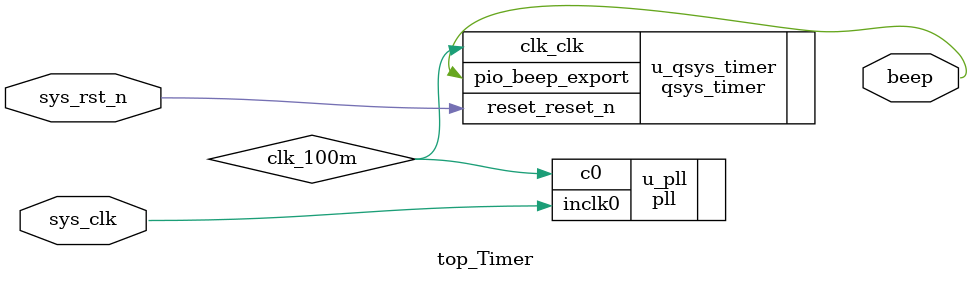
<source format=v>

module top_Timer(
    input   sys_clk,
    input   sys_rst_n,

    output  beep        //蜂鸣器
);

//wire define
wire  clk_100m;         

//例化pll模块
pll	u_pll(
    .inclk0             (sys_clk),              
    .c0                 (clk_100m)
    );	

//例化Qsys系统
qsys_timer u_qsys_timer(
    .clk_clk            (clk_100m),
    .reset_reset_n      (sys_rst_n),
    
    .pio_beep_export    (beep) 
    );
	
endmodule 
</source>
